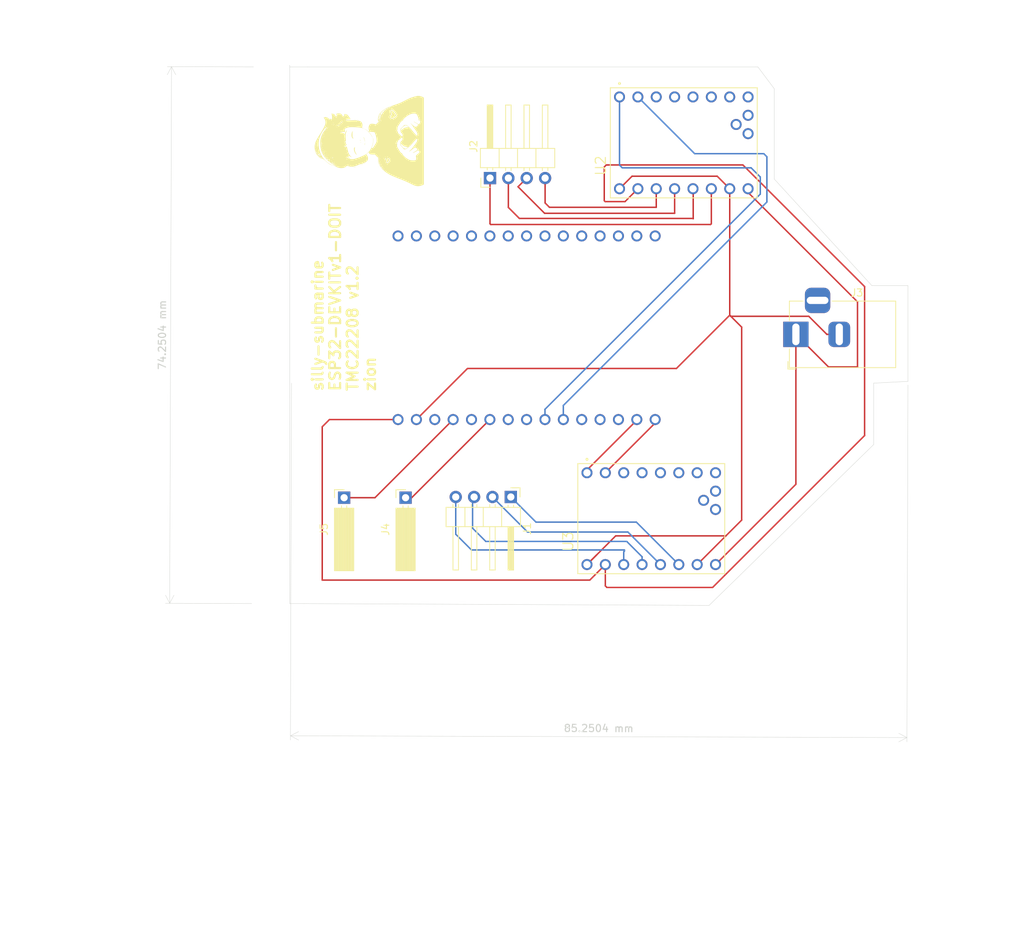
<source format=kicad_pcb>
(kicad_pcb (version 20240108) (generator "pcbnew") (generator_version "8.0")
  (layers (0 "F.Cu" signal) (31 "B.Cu" signal) (34 "B.Paste" user) (35 "F.Paste" user) (36 "B.SilkS" user "B.Silkscreen") (37 "F.SilkS" user "F.Silkscreen") (38 "B.Mask" user) (39 "F.Mask" user) (44 "Edge.Cuts" user))
  (net 0 "")
  (net 1 "Net-(J1-Pin_4)")
  (net 2 "Net-(J1-Pin_2)")
  (net 3 "Net-(J1-Pin_3)")
  (net 4 "Net-(J1-Pin_1)")
  (net 5 "Net-(J2-Pin_1)")
  (net 6 "Net-(J2-Pin_3)")
  (net 7 "Net-(J2-Pin_4)")
  (net 8 "Net-(J2-Pin_2)")
  (net 9 "Net-(U2-GND)")
  (net 10 "+12V")
  (net 11 "Net-(J4-Pin_1)")
  (net 12 "Net-(J5-Pin_1)")
  (net 13 "Net-(U1-GPIO18)")
  (net 15 "Net-(U1-GPIO23)")
  (net 17 "Net-(U1-GPIO19)")
  (net 21 "Net-(U1-3.3V)")
  (net 30 "Net-(U1-GPIO22)")
  (footprint "TMCv1.2:MODULE_TMC2208_SILENTSTEPSTICK" (layer "F.Cu") (at 134 37.5 90)
    (property "Reference" "U2" (at -3.155 -11.489 90) (layer "F.SilkS") (effects (font (size 1.4 1.4))))
    (property "Value" "TMC2208_SILENTSTEPSTICK")
    (pad "1" thru_hole circle (at -6.35 -8.89 90) (size 1.524 1.524) (drill 1.016) (layers "*.Cu" "*.Mask") (net 9 "Net-(U2-GND)"))
    (pad "2" thru_hole circle (at -6.35 -6.35 90) (size 1.524 1.524) (drill 1.016) (layers "*.Cu" "*.Mask") (net 21 "Net-(U1-3.3V)"))
    (pad "3" thru_hole circle (at -6.35 -3.81 90) (size 1.524 1.524) (drill 1.016) (layers "*.Cu" "*.Mask") (net 7 "Net-(J2-Pin_4)"))
    (pad "4" thru_hole circle (at -6.35 -1.27 90) (size 1.524 1.524) (drill 1.016) (layers "*.Cu" "*.Mask") (net 6 "Net-(J2-Pin_3)"))
    (pad "5" thru_hole circle (at -6.35 1.27 90) (size 1.524 1.524) (drill 1.016) (layers "*.Cu" "*.Mask") (net 8 "Net-(J2-Pin_2)"))
    (pad "6" thru_hole circle (at -6.35 3.81 90) (size 1.524 1.524) (drill 1.016) (layers "*.Cu" "*.Mask") (net 5 "Net-(J2-Pin_1)"))
    (pad "7" thru_hole circle (at -6.35 6.35 90) (size 1.524 1.524) (drill 1.016) (layers "*.Cu" "*.Mask") (net 9 "Net-(U2-GND)"))
    (pad "8" thru_hole circle (at -6.35 8.89 90) (size 1.524 1.524) (drill 1.016) (layers "*.Cu" "*.Mask") (net 10 "+12V"))
    (pad "9" thru_hole circle (at 6.35 -8.89 90) (size 1.524 1.524) (drill 1.016) (layers "*.Cu" "*.Mask") (net 13 "Net-(U1-GPIO18)"))
    (pad "10" thru_hole circle (at 6.35 -6.35 90) (size 1.524 1.524) (drill 1.016) (layers "*.Cu" "*.Mask") (net 17 "Net-(U1-GPIO19)"))
    (pad "11" thru_hole circle (at 6.35 -3.81 90) (size 1.524 1.524) (drill 1.016) (layers "*.Cu" "*.Mask"))
    (pad "12" thru_hole circle (at 6.35 -1.27 90) (size 1.524 1.524) (drill 1.016) (layers "*.Cu" "*.Mask"))
    (pad "13" thru_hole circle (at 6.35 1.27 90) (size 1.524 1.524) (drill 1.016) (layers "*.Cu" "*.Mask"))
    (pad "14" thru_hole circle (at 6.35 3.81 90) (size 1.524 1.524) (drill 1.016) (layers "*.Cu" "*.Mask"))
    (pad "15" thru_hole circle (at 6.35 6.35 90) (size 1.524 1.524) (drill 1.016) (layers "*.Cu" "*.Mask"))
    (pad "16" thru_hole circle (at 6.35 8.89 90) (size 1.524 1.524) (drill 1.016) (layers "*.Cu" "*.Mask"))
    (pad "17" thru_hole circle (at 1.27 8.89 90) (size 1.524 1.524) (drill 1.016) (layers "*.Cu" "*.Mask"))
    (pad "18" thru_hole circle (at 3.81 8.89 90) (size 1.524 1.524) (drill 1.016) (layers "*.Cu" "*.Mask"))
    (pad "19" thru_hole circle (at 2.54 7.239 90) (size 1.524 1.524) (drill 1.016) (layers "*.Cu" "*.Mask"))
  )
  (footprint "Connector_PinHeader_2.54mm:PinHeader_1x04_P2.54mm_Horizontal" (layer "F.Cu") (at 110.08 86.5 -90)
    (property "Reference" "J1" (at 4.385 -2.27 90) (layer "F.SilkS"))
    (property "Value" "Conn_01x04_Socket")
    (pad "1" thru_hole rect (at 0 0 270) (size 1.7 1.7) (drill 1) (layers "*.Cu" "*.Mask") (net 4 "Net-(J1-Pin_1)"))
    (pad "2" thru_hole oval (at 0 2.54 270) (size 1.7 1.7) (drill 1) (layers "*.Cu" "*.Mask") (net 2 "Net-(J1-Pin_2)"))
    (pad "3" thru_hole oval (at 0 5.08 270) (size 1.7 1.7) (drill 1) (layers "*.Cu" "*.Mask") (net 3 "Net-(J1-Pin_3)"))
    (pad "4" thru_hole oval (at 0 7.62 270) (size 1.7 1.7) (drill 1) (layers "*.Cu" "*.Mask") (net 1 "Net-(J1-Pin_4)"))
  )
  (footprint "TMCv1.2:MODULE_TMC2208_SILENTSTEPSTICK" (layer "F.Cu") (at 129.5 89.5 90)
    (property "Reference" "U3" (at -3.155 -11.489 90) (layer "F.SilkS") (effects (font (size 1.4 1.4))))
    (property "Value" "TMC2208_SILENTSTEPSTICK")
    (pad "1" thru_hole circle (at -6.35 -8.89 90) (size 1.524 1.524) (drill 1.016) (layers "*.Cu" "*.Mask") (net 9 "Net-(U2-GND)"))
    (pad "2" thru_hole circle (at -6.35 -6.35 90) (size 1.524 1.524) (drill 1.016) (layers "*.Cu" "*.Mask") (net 21 "Net-(U1-3.3V)"))
    (pad "3" thru_hole circle (at -6.35 -3.81 90) (size 1.524 1.524) (drill 1.016) (layers "*.Cu" "*.Mask") (net 1 "Net-(J1-Pin_4)"))
    (pad "4" thru_hole circle (at -6.35 -1.27 90) (size 1.524 1.524) (drill 1.016) (layers "*.Cu" "*.Mask") (net 3 "Net-(J1-Pin_3)"))
    (pad "5" thru_hole circle (at -6.35 1.27 90) (size 1.524 1.524) (drill 1.016) (layers "*.Cu" "*.Mask") (net 2 "Net-(J1-Pin_2)"))
    (pad "6" thru_hole circle (at -6.35 3.81 90) (size 1.524 1.524) (drill 1.016) (layers "*.Cu" "*.Mask") (net 4 "Net-(J1-Pin_1)"))
    (pad "7" thru_hole circle (at -6.35 6.35 90) (size 1.524 1.524) (drill 1.016) (layers "*.Cu" "*.Mask") (net 9 "Net-(U2-GND)"))
    (pad "8" thru_hole circle (at -6.35 8.89 90) (size 1.524 1.524) (drill 1.016) (layers "*.Cu" "*.Mask") (net 10 "+12V"))
    (pad "9" thru_hole circle (at 6.35 -8.89 90) (size 1.524 1.524) (drill 1.016) (layers "*.Cu" "*.Mask") (net 30 "Net-(U1-GPIO22)"))
    (pad "10" thru_hole circle (at 6.35 -6.35 90) (size 1.524 1.524) (drill 1.016) (layers "*.Cu" "*.Mask") (net 15 "Net-(U1-GPIO23)"))
    (pad "11" thru_hole circle (at 6.35 -3.81 90) (size 1.524 1.524) (drill 1.016) (layers "*.Cu" "*.Mask"))
    (pad "12" thru_hole circle (at 6.35 -1.27 90) (size 1.524 1.524) (drill 1.016) (layers "*.Cu" "*.Mask"))
    (pad "13" thru_hole circle (at 6.35 1.27 90) (size 1.524 1.524) (drill 1.016) (layers "*.Cu" "*.Mask"))
    (pad "14" thru_hole circle (at 6.35 3.81 90) (size 1.524 1.524) (drill 1.016) (layers "*.Cu" "*.Mask"))
    (pad "15" thru_hole circle (at 6.35 6.35 90) (size 1.524 1.524) (drill 1.016) (layers "*.Cu" "*.Mask"))
    (pad "16" thru_hole circle (at 6.35 8.89 90) (size 1.524 1.524) (drill 1.016) (layers "*.Cu" "*.Mask"))
    (pad "17" thru_hole circle (at 1.27 8.89 90) (size 1.524 1.524) (drill 1.016) (layers "*.Cu" "*.Mask"))
    (pad "18" thru_hole circle (at 3.81 8.89 90) (size 1.524 1.524) (drill 1.016) (layers "*.Cu" "*.Mask"))
    (pad "19" thru_hole circle (at 2.54 7.239 90) (size 1.524 1.524) (drill 1.016) (layers "*.Cu" "*.Mask"))
  )
  (footprint "Connector_PinSocket_2.54mm:PinSocket_1x01_P2.54mm_Horizontal" (layer "F.Cu") (at 95.525 86.6 90)
    (property "Reference" "J4" (at -4.38 -2.77 90) (layer "F.SilkS"))
    (property "Value" "Conn_01x01_Socket")
    (pad "1" thru_hole rect (at 0 0 90) (size 1.7 1.7) (drill 1) (layers "*.Cu" "*.Mask") (net 11 "Net-(J4-Pin_1)"))
  )
  (footprint "ESP32-DevKit-DOIT:ESP32-DevKitV1-DOIT" (layer "F.Cu") (at 94.482 50.387)
    (property "Reference" "U1" (at 0 -10.5 0) (layer "F.SilkS") (effects (font (thickness 0.1))))
    (property "Value" "~")
    (pad "1" thru_hole circle (at 0 0) (size 1.524 1.524) (drill 1.016) (layers "*.Cu" "*.Mask"))
    (pad "2" thru_hole circle (at 2.54 0) (size 1.524 1.524) (drill 1.016) (layers "*.Cu" "*.Mask"))
    (pad "3" thru_hole circle (at 5.08 0) (size 1.524 1.524) (drill 1.016) (layers "*.Cu" "*.Mask"))
    (pad "4" thru_hole circle (at 7.62 0) (size 1.524 1.524) (drill 1.016) (layers "*.Cu" "*.Mask"))
    (pad "5" thru_hole circle (at 10.16 0) (size 1.524 1.524) (drill 1.016) (layers "*.Cu" "*.Mask"))
    (pad "6" thru_hole circle (at 12.7 0) (size 1.524 1.524) (drill 1.016) (layers "*.Cu" "*.Mask"))
    (pad "7" thru_hole circle (at 15.24 0) (size 1.524 1.524) (drill 1.016) (layers "*.Cu" "*.Mask"))
    (pad "8" thru_hole circle (at 17.78 0) (size 1.524 1.524) (drill 1.016) (layers "*.Cu" "*.Mask"))
    (pad "9" thru_hole circle (at 20.32 0) (size 1.524 1.524) (drill 1.016) (layers "*.Cu" "*.Mask"))
    (pad "10" thru_hole circle (at 22.86 0) (size 1.524 1.524) (drill 1.016) (layers "*.Cu" "*.Mask"))
    (pad "11" thru_hole circle (at 25.4 0) (size 1.524 1.524) (drill 1.016) (layers "*.Cu" "*.Mask"))
    (pad "12" thru_hole circle (at 27.94 0) (size 1.524 1.524) (drill 1.016) (layers "*.Cu" "*.Mask"))
    (pad "13" thru_hole circle (at 30.48 0) (size 1.524 1.524) (drill 1.016) (layers "*.Cu" "*.Mask"))
    (pad "14" thru_hole circle (at 33.02 0) (size 1.524 1.524) (drill 1.016) (layers "*.Cu" "*.Mask"))
    (pad "15" thru_hole circle (at 35.56 0) (size 1.524 1.524) (drill 1.016) (layers "*.Cu" "*.Mask"))
    (pad "16" thru_hole circle (at 0 25.4) (size 1.524 1.524) (drill 1.016) (layers "*.Cu" "*.Mask") (net 21 "Net-(U1-3.3V)"))
    (pad "17" thru_hole circle (at 2.54 25.4) (size 1.524 1.524) (drill 1.016) (layers "*.Cu" "*.Mask") (net 9 "Net-(U2-GND)"))
    (pad "18" thru_hole circle (at 5.08 25.4) (size 1.524 1.524) (drill 1.016) (layers "*.Cu" "*.Mask"))
    (pad "19" thru_hole circle (at 7.62 25.4) (size 1.524 1.524) (drill 1.016) (layers "*.Cu" "*.Mask") (net 12 "Net-(J5-Pin_1)"))
    (pad "20" thru_hole circle (at 10.16 25.4) (size 1.524 1.524) (drill 1.016) (layers "*.Cu" "*.Mask"))
    (pad "21" thru_hole circle (at 12.7 25.4) (size 1.524 1.524) (drill 1.016) (layers "*.Cu" "*.Mask") (net 11 "Net-(J4-Pin_1)"))
    (pad "22" thru_hole circle (at 15.24 25.4) (size 1.524 1.524) (drill 1.016) (layers "*.Cu" "*.Mask"))
    (pad "23" thru_hole circle (at 17.78 25.4) (size 1.524 1.524) (drill 1.016) (layers "*.Cu" "*.Mask"))
    (pad "24" thru_hole circle (at 20.32 25.4) (size 1.524 1.524) (drill 1.016) (layers "*.Cu" "*.Mask") (net 13 "Net-(U1-GPIO18)"))
    (pad "25" thru_hole circle (at 22.86 25.4) (size 1.524 1.524) (drill 1.016) (layers "*.Cu" "*.Mask") (net 17 "Net-(U1-GPIO19)"))
    (pad "26" thru_hole circle (at 25.4 25.4) (size 1.524 1.524) (drill 1.016) (layers "*.Cu" "*.Mask"))
    (pad "27" thru_hole circle (at 27.94 25.4) (size 1.524 1.524) (drill 1.016) (layers "*.Cu" "*.Mask"))
    (pad "28" thru_hole circle (at 30.48 25.4) (size 1.524 1.524) (drill 1.016) (layers "*.Cu" "*.Mask"))
    (pad "29" thru_hole circle (at 33.02 25.4) (size 1.524 1.524) (drill 1.016) (layers "*.Cu" "*.Mask") (net 30 "Net-(U1-GPIO22)"))
    (pad "30" thru_hole circle (at 35.56 25.4) (size 1.524 1.524) (drill 1.016) (layers "*.Cu" "*.Mask") (net 15 "Net-(U1-GPIO23)"))
  )
  (footprint "Connector_BarrelJack:BarrelJack_Horizontal" (layer "F.Cu") (at 149.5 64 180)
    (property "Reference" "J3" (at -8.45 5.75 360) (layer "F.SilkS"))
    (property "Value" "Jack-DC")
    (pad "1" thru_hole rect (at 0 0 180) (size 3.5 3.5) (drill oval 1 3) (layers "*.Cu" "*.Mask") (net 10 "+12V"))
    (pad "2" thru_hole roundrect (at -6 0 180) (size 3 3.5) (drill oval 1 3) (layers "*.Cu" "*.Mask") (net 9 "Net-(U2-GND)"))
    (pad "3" thru_hole roundrect (at -3 4.7 180) (size 3.5 3.5) (drill oval 3 1) (layers "*.Cu" "*.Mask"))
  )
  (footprint "bitmaps:lofigirl_bitmap_20mmx20mm" (layer "F.Cu") (at 88.048547 36.765282 90)
    (property "Reference" "G***" (at -0.484718 4.951453 90) (layer "F.SilkS") (effects (font (size 1.5 1.5) (thickness 0.3))))
    (property "Value" "LOGO" (hide yes))
  )
  (footprint "Connector_PinSocket_2.54mm:PinSocket_1x01_P2.54mm_Horizontal" (layer "F.Cu") (at 87.025 86.6 90)
    (property "Reference" "J5" (at -4.38 -2.77 90) (layer "F.SilkS"))
    (property "Value" "Conn_01x01_Socket")
    (pad "1" thru_hole rect (at 0 0 90) (size 1.7 1.7) (drill 1) (layers "*.Cu" "*.Mask") (net 12 "Net-(J5-Pin_1)"))
  )
  (footprint "Connector_PinHeader_2.54mm:PinHeader_1x04_P2.54mm_Horizontal" (layer "F.Cu") (at 107.2 42.375 90)
    (property "Reference" "J2" (at 4.385 -2.27 90) (layer "F.SilkS"))
    (property "Value" "Conn_01x04_Socket")
    (pad "1" thru_hole rect (at 0 0 90) (size 1.7 1.7) (drill 1) (layers "*.Cu" "*.Mask") (net 5 "Net-(J2-Pin_1)"))
    (pad "2" thru_hole oval (at 0 2.54 90) (size 1.7 1.7) (drill 1) (layers "*.Cu" "*.Mask") (net 8 "Net-(J2-Pin_2)"))
    (pad "3" thru_hole oval (at 0 5.08 90) (size 1.7 1.7) (drill 1) (layers "*.Cu" "*.Mask") (net 6 "Net-(J2-Pin_3)"))
    (pad "4" thru_hole oval (at 0 7.62 90) (size 1.7 1.7) (drill 1) (layers "*.Cu" "*.Mask") (net 7 "Net-(J2-Pin_4)"))
  )
  (gr_line (start 165 57.25) (end 165 70.5) (stroke (width 0.05)) (layer "Edge.Cuts"))
  (gr_line (start 160 57.25) (end 165 57.25) (stroke (width 0.05)) (layer "Edge.Cuts"))
  (gr_line (start 79.5 27) (end 82 27) (stroke (width 0.05)) (layer "Edge.Cuts"))
  (gr_line (start 146.5 42.5) (end 160 57.25) (stroke (width 0.05)) (layer "Edge.Cuts"))
  (gr_line (start 79.5 101.25) (end 79.5 26.75) (stroke (width 0.05)) (layer "Edge.Cuts"))
  (gr_line (start 146.5 30) (end 146.5 42.5) (stroke (width 0.05)) (layer "Edge.Cuts"))
  (gr_line (start 160.25 70.75) (end 160.25 77.5) (stroke (width 0.05)) (layer "Edge.Cuts"))
  (gr_line (start 160.25 77.5) (end 160.25 79.25) (stroke (width 0.05)) (layer "Edge.Cuts"))
  (gr_line (start 165 70.5) (end 160.25 70.75) (stroke (width 0.05)) (layer "Edge.Cuts"))
  (gr_line (start 144.25 27) (end 146.5 30) (stroke (width 0.05)) (layer "Edge.Cuts"))
  (gr_line (start 82 27) (end 144.25 27) (stroke (width 0.05)) (layer "Edge.Cuts"))
  (gr_line (start 81.5 101.25) (end 79.5 101.25) (stroke (width 0.05)) (layer "Edge.Cuts"))
  (gr_line (start 160.25 79.25) (end 137.5 101.5) (stroke (width 0.05)) (layer "Edge.Cuts"))
  (gr_line (start 137.5 101.5) (end 81.5 101.25) (stroke (width 0.05)) (layer "Edge.Cuts"))
  (gr_text "silly-submarine\nESP32-DEVKITv1-DOIT\nTMC22208 v1.2\nzion" (at 91.5 72 90) (layer "F.SilkS") (effects (font (size 1.5 1.5) (thickness 0.3) (bold yes)) (justify left bottom)))
  (dimension (type aligned) (layer "Edge.Cuts") (pts (xy 165 70.5) (xy 79.75 70.25)) (height -49.291715) (gr_text "85.2504 mm" (at 122.233822 118.516508 -0.1680223322) (layer "Edge.Cuts") (effects (font (size 1 1) (thickness 0.15)))) (format (prefix "") (suffix "") (units 3) (units_format 1) (precision 4)) (style (thickness 0.05) (arrow_length 1.27) (text_position_mode 0) (extension_height 0.58642) (extension_offset 0.5) keep_text_aligned))
  (dimension (type aligned) (layer "Edge.Cuts") (pts (xy 75 27) (xy 74.75 101.25)) (height 11.842066) (gr_text "74.2504 mm" (at 61.883008 64.081256 89.80708565) (layer "Edge.Cuts") (effects (font (size 1 1) (thickness 0.15)))) (format (prefix "") (suffix "") (units 3) (units_format 1) (precision 4)) (style (thickness 0.05) (arrow_length 1.27) (text_position_mode 0) (extension_height 0.58642) (extension_offset 0.5) keep_text_aligned))
  (segment (start 102.46 86.5) (end 102.46 91.65) (width 0.2) (layer "B.Cu") (net 1))
  (segment (start 125.79 93.83) (end 125.79 93.99) (width 0.2) (layer "B.Cu") (net 1))
  (segment (start 125.69 94.09) (end 125.69 95.85) (width 0.2) (layer "B.Cu") (net 1))
  (segment (start 104.64 93.83) (end 125.79 93.83) (width 0.2) (layer "B.Cu") (net 1))
  (segment (start 125.79 93.99) (end 125.69 94.09) (width 0.2) (layer "B.Cu") (net 1))
  (segment (start 102.46 91.65) (end 104.64 93.83) (width 0.2) (layer "B.Cu") (net 1))
  (segment (start 107.54 86.5) (end 112.39 91.35) (width 0.2) (layer "B.Cu") (net 2))
  (segment (start 112.39 91.35) (end 126.27 91.35) (width 0.2) (layer "B.Cu") (net 2))
  (segment (start 126.27 91.35) (end 130.77 95.85) (width 0.2) (layer "B.Cu") (net 2))
  (segment (start 105 86.5) (end 104.79 86.71) (width 0.2) (layer "B.Cu") (net 3))
  (segment (start 126.10763 92.65) (end 128.23 94.77237) (width 0.2) (layer "B.Cu") (net 3))
  (segment (start 128.23 94.77237) (end 128.23 95.85) (width 0.2) (layer "B.Cu") (net 3))
  (segment (start 106.62 92.65) (end 126.10763 92.65) (width 0.2) (layer "B.Cu") (net 3))
  (segment (start 104.79 86.71) (end 104.79 90.82) (width 0.2) (layer "B.Cu") (net 3))
  (segment (start 104.79 90.82) (end 106.62 92.65) (width 0.2) (layer "B.Cu") (net 3))
  (segment (start 127.44 89.98) (end 133.31 95.85) (width 0.2) (layer "B.Cu") (net 4))
  (segment (start 110.08 86.5) (end 113.56 89.98) (width 0.2) (layer "B.Cu") (net 4))
  (segment (start 113.56 89.98) (end 127.44 89.98) (width 0.2) (layer "B.Cu") (net 4))
  (segment (start 107.2 48.7) (end 107.3 48.8) (width 0.2) (layer "F.Cu") (net 5))
  (segment (start 107.2 42.375) (end 107.2 48.7) (width 0.2) (layer "F.Cu") (net 5))
  (segment (start 107.3 48.8) (end 137.7 48.8) (width 0.2) (layer "F.Cu") (net 5))
  (segment (start 137.81 48.69) (end 137.81 43.85) (width 0.2) (layer "F.Cu") (net 5))
  (segment (start 137.7 48.8) (end 137.81 48.69) (width 0.2) (layer "F.Cu") (net 5))
  (segment (start 114.75 47.25) (end 132.73 47.25) (width 0.2) (layer "F.Cu") (net 6))
  (segment (start 111.0775 43.5775) (end 114.75 47.25) (width 0.2) (layer "F.Cu") (net 6))
  (segment (start 132.73 47.25) (end 132.73 43.85) (width 0.2) (layer "F.Cu") (net 6))
  (segment (start 112.28 42.375) (end 111.0775 43.5775) (width 0.2) (layer "F.Cu") (net 6))
  (segment (start 130.19 46.42) (end 130.19 43.85) (width 0.2) (layer "F.Cu") (net 7))
  (segment (start 115.42 46.42) (end 130.19 46.42) (width 0.2) (layer "F.Cu") (net 7))
  (segment (start 114.82 45.82) (end 115.42 46.42) (width 0.2) (layer "F.Cu") (net 7))
  (segment (start 114.82 42.375) (end 114.82 45.82) (width 0.2) (layer "F.Cu") (net 7))
  (segment (start 135.3 43.88) (end 135.27 43.85) (width 0.2) (layer "F.Cu") (net 8))
  (segment (start 109.74 42.375) (end 109.74 46.44) (width 0.2) (layer "F.Cu") (net 8))
  (segment (start 135.3 48) (end 135.3 43.88) (width 0.2) (layer "F.Cu") (net 8))
  (segment (start 111.26 47.96) (end 135.26 47.96) (width 0.2) (layer "F.Cu") (net 8))
  (segment (start 109.74 46.44) (end 111.26 47.96) (width 0.2) (layer "F.Cu") (net 8))
  (segment (start 135.26 47.96) (end 135.3 48) (width 0.2) (layer "F.Cu") (net 8))
  (segment (start 135.5 95.5) (end 135.85 95.85) (width 0.2) (layer "F.Cu") (net 9))
  (segment (start 138.62 42.12) (end 140.35 43.85) (width 0.2) (layer "F.Cu") (net 9))
  (segment (start 151.281002 61.5) (end 140.5 61.5) (width 0.2) (layer "F.Cu") (net 9))
  (segment (start 135.85 95.85) (end 139.82 91.88) (width 0.2) (layer "F.Cu") (net 9))
  (segment (start 104.089 68.72) (end 132.98 68.72) (width 0.2) (layer "F.Cu") (net 9))
  (segment (start 142 89.7) (end 142 63) (width 0.2) (layer "F.Cu") (net 9))
  (segment (start 120.61 95.85) (end 121.96 94.5) (width 0.2) (layer "F.Cu") (net 9))
  (segment (start 120.61 95.85) (end 124.58 91.88) (width 0.2) (layer "F.Cu") (net 9))
  (segment (start 153.781002 64) (end 151.281002 61.5) (width 0.2) (layer "F.Cu") (net 9))
  (segment (start 125.11 43.85) (end 126.84 42.12) (width 0.2) (layer "F.Cu") (net 9))
  (segment (start 140.35 43.85) (end 140.35 61.35) (width 0.2) (layer "F.Cu") (net 9))
  (segment (start 142 63) (end 140.35 61.35) (width 0.2) (layer "F.Cu") (net 9))
  (segment (start 97.022 75.787) (end 104.089 68.72) (width 0.2) (layer "F.Cu") (net 9))
  (segment (start 139.82 91.88) (end 142 89.7) (width 0.2) (layer "F.Cu") (net 9))
  (segment (start 140.35 61.35) (end 140.5 61.5) (width 0.2) (layer "F.Cu") (net 9))
  (segment (start 132.98 68.72) (end 140.35 61.35) (width 0.2) (layer "F.Cu") (net 9))
  (segment (start 124.58 91.88) (end 139.82 91.88) (width 0.2) (layer "F.Cu") (net 9))
  (segment (start 155.5 64) (end 153.781002 64) (width 0.2) (layer "F.Cu") (net 9))
  (segment (start 126.84 42.12) (end 138.62 42.12) (width 0.2) (layer "F.Cu") (net 9))
  (segment (start 158.02 59.5) (end 142.89 44.37) (width 0.2) (layer "F.Cu") (net 10))
  (segment (start 158.02 68.5) (end 158.02 59.5) (width 0.2) (layer "F.Cu") (net 10))
  (segment (start 138.39 95.85) (end 149.5 84.74) (width 0.2) (layer "F.Cu") (net 10))
  (segment (start 149.5 84.74) (end 149.5 64) (width 0.2) (layer "F.Cu") (net 10))
  (segment (start 149.5 64) (end 154 68.5) (width 0.2) (layer "F.Cu") (net 10))
  (segment (start 154 68.5) (end 158.02 68.5) (width 0.2) (layer "F.Cu") (net 10))
  (segment (start 142.89 44.37) (end 142.89 43.85) (width 0.2) (layer "F.Cu") (net 10))
  (segment (start 96.369 86.6) (end 107.182 75.787) (width 0.2) (layer "F.Cu") (net 11))
  (segment (start 95.525 86.6) (end 96.369 86.6) (width 0.2) (layer "F.Cu") (net 11))
  (segment (start 87.025 86.6) (end 91.289 86.6) (width 0.2) (layer "F.Cu") (net 12))
  (segment (start 91.289 86.6) (end 102.102 75.787) (width 0.2) (layer "F.Cu") (net 12))
  (segment (start 125.49 40.96) (end 125.11 40.58) (width 0.2) (layer "B.Cu") (net 13))
  (segment (start 144.58 44.59) (end 144.58 42.23) (width 0.2) (layer "B.Cu") (net 13))
  (segment (start 114.802 75.787) (end 114.802 74.368) (width 0.2) (layer "B.Cu") (net 13))
  (segment (start 143.31 40.96) (end 125.49 40.96) (width 0.2) (layer "B.Cu") (net 13))
  (segment (start 125.11 40.58) (end 125.11 31.15) (width 0.2) (layer "B.Cu") (net 13))
  (segment (start 114.802 74.368) (end 144.58 44.59) (width 0.2) (layer "B.Cu") (net 13))
  (segment (start 144.58 42.23) (end 143.31 40.96) (width 0.2) (layer "B.Cu") (net 13))
  (segment (start 123.15 83.15) (end 130.042 76.258) (width 0.2) (layer "F.Cu") (net 15))
  (segment (start 130.042 76.258) (end 130.042 75.787) (width 0.2) (layer "F.Cu") (net 15))
  (segment (start 145.06 39) (end 135.5 39) (width 0.2) (layer "B.Cu") (net 17))
  (segment (start 145.49 39.43) (end 145.06 39) (width 0.2) (layer "B.Cu") (net 17))
  (segment (start 117.342 73.838) (end 145.49 45.69) (width 0.2) (layer "B.Cu") (net 17))
  (segment (start 145.49 45.69) (end 145.49 39.43) (width 0.2) (layer "B.Cu") (net 17))
  (segment (start 117.342 75.787) (end 117.342 73.838) (width 0.2) (layer "B.Cu") (net 17))
  (segment (start 135.5 39) (end 127.65 31.15) (width 0.2) (layer "B.Cu") (net 17))
  (segment (start 123.46 40.56) (end 142.17 40.56) (width 0.2) (layer "F.Cu") (net 21))
  (segment (start 84 98) (end 84 76.787) (width 0.2) (layer "F.Cu") (net 21))
  (segment (start 84 76.787) (end 85 75.787) (width 0.2) (layer "F.Cu") (net 21))
  (segment (start 123.15 95.85) (end 123 96) (width 0.2) (layer "F.Cu") (net 21))
  (segment (start 142.17 40.56) (end 159 57.39) (width 0.2) (layer "F.Cu") (net 21))
  (segment (start 123.37 99.02) (end 123.15 98.8) (width 0.2) (layer "F.Cu") (net 21))
  (segment (start 123 45.5) (end 123 40.84) (width 0.2) (layer "F.Cu") (net 21))
  (segment (start 123.13 45.63) (end 123 45.5) (width 0.2) (layer "F.Cu") (net 21))
  (segment (start 121 98) (end 84 98) (width 0.2) (layer "F.Cu") (net 21))
  (segment (start 127.65 43.85) (end 125.87 45.63) (width 0.2) (layer "F.Cu") (net 21))
  (segment (start 85 75.787) (end 94.482 75.787) (width 0.2) (layer "F.Cu") (net 21))
  (segment (start 125.87 45.63) (end 123.13 45.63) (width 0.2) (layer "F.Cu") (net 21))
  (segment (start 123.15 95.85) (end 121 98) (width 0.2) (layer "F.Cu") (net 21))
  (segment (start 123.15 98.8) (end 123.15 95.85) (width 0.2) (layer "F.Cu") (net 21))
  (segment (start 159 57.39) (end 159 78) (width 0.2) (layer "F.Cu") (net 21))
  (segment (start 123 40.84) (end 123.28 40.56) (width 0.2) (layer "F.Cu") (net 21))
  (segment (start 137.98 99.02) (end 123.37 99.02) (width 0.2) (layer "F.Cu") (net 21))
  (segment (start 123.28 40.56) (end 123.46 40.56) (width 0.2) (layer "F.Cu") (net 21))
  (segment (start 159 78) (end 137.98 99.02) (width 0.2) (layer "F.Cu") (net 21))
  (segment (start 120.61 82.77) (end 127.502 75.878) (width 0.2) (layer "F.Cu") (net 30))
  (segment (start 120.61 83.15) (end 120.61 82.77) (width 0.2) (layer "F.Cu") (net 30))
  (segment (start 127.502 75.878) (end 127.502 75.787) (width 0.2) (layer "F.Cu") (net 30))
)
</source>
